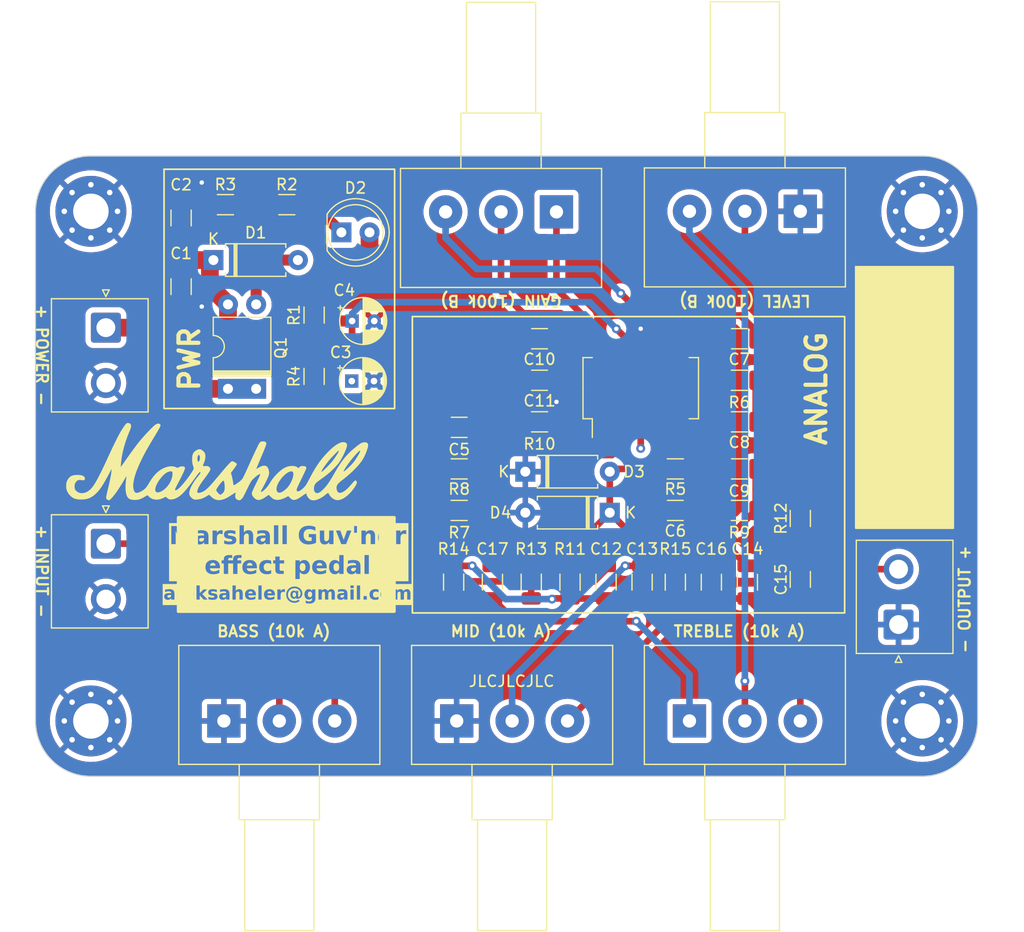
<source format=kicad_pcb>
(kicad_pcb (version 20221018) (generator pcbnew)
  (layers (0 "F.Cu" signal) (1 "In1.Cu" signal) (2 "In2.Cu" signal) (31 "B.Cu" signal) (34 "B.Paste" user) (35 "F.Paste" user) (36 "B.SilkS" user "B.Silkscreen") (37 "F.SilkS" user "F.Silkscreen") (38 "B.Mask" user) (39 "F.Mask" user) (44 "Edge.Cuts" user))
  (net 0 "")
  (net 1 "+4V")
  (net 2 "GND")
  (net 3 "Net-(J2-Pin_1)")
  (net 4 "Net-(U1A-+)")
  (net 5 "Net-(U1B--)")
  (net 6 "Net-(U1A--)")
  (net 7 "Net-(C14-Pad1)")
  (net 8 "DISTORSION_OUT")
  (net 9 "Net-(C7-Pad2)")
  (net 10 "Net-(J3-Pin_2)")
  (net 11 "Net-(D1-A)")
  (net 12 "+9V")
  (net 13 "Net-(R12-Pad1)")
  (net 14 "Net-(D2-K)")
  (net 15 "MIX_OUT")
  (net 16 "Net-(J1-Pin_1)")
  (net 17 "Net-(R15-Pad2)")
  (net 18 "Net-(U1C--)")
  (net 19 "Net-(U1D--)")
  (net 20 "Net-(C10-Pad2)")
  (net 21 "Net-(C13-Pad1)")
  (net 22 "Net-(C6-Pad2)")
  (net 23 "Net-(C6-Pad1)")
  (net 24 "Net-(C7-Pad1)")
  (net 25 "Net-(C8-Pad1)")
  (net 26 "Net-(C11-Pad2)")
  (net 27 "Net-(C12-Pad2)")
  (net 28 "Net-(C12-Pad1)")
  (net 29 "Net-(C16-Pad1)")
  (net 30 "Net-(C17-Pad1)")
  (footprint "Resistor_SMD:R_1206_3216Metric" (layer "F.Cu") (at 137.725 138.475 90)
    (fp_text reference "R14" (at 3 0 180) (layer "F.SilkS"))
    (fp_text value "680" hide)
    (pad "1" smd roundrect (at -1.4625 0 90) (size 1.125 1.75) (layers "F.Cu" "F.Paste" "F.Mask") (roundrect_rratio 0.2222222222) (net 30 "Net-(C17-Pad1)"))
    (pad "2" smd roundrect (at 1.4625 0 90) (size 1.125 1.75) (layers "F.Cu" "F.Paste" "F.Mask") (roundrect_rratio 0.2222222222) (net 27 "Net-(C12-Pad2)"))
  )
  (footprint "Resistor_SMD:R_1206_3216Metric" (layer "F.Cu") (at 117.1375 104.4)
    (fp_text reference "R3" (at 0 -1.82) (layer "F.SilkS"))
    (fp_text value "100" hide)
    (pad "1" smd roundrect locked (at -1.4625 0) (size 1.125 1.75) (layers "F.Cu" "F.Paste" "F.Mask") (roundrect_rratio 0.2222222222) (net 2 "GND"))
    (pad "2" smd roundrect locked (at 1.4625 0) (size 1.125 1.75) (layers "F.Cu" "F.Paste" "F.Mask") (roundrect_rratio 0.2222222222) (net 11 "Net-(D1-A)"))
  )
  (footprint "LED_THT:LED_D5.0mm_FlatTop" (layer "F.Cu") (at 127.5975 106.9)
    (fp_text reference "D2" (at 1.27 -4.01) (layer "F.SilkS"))
    (fp_text value "RED" hide)
    (pad "1" thru_hole rect locked (at 0 0) (size 1.8 1.8) (drill 0.9) (layers "*.Cu" "*.Mask") (net 14 "Net-(D2-K)"))
    (pad "2" thru_hole circle locked (at 2.54 0) (size 1.8 1.8) (drill 0.9) (layers "*.Cu" "*.Mask") (net 12 "+9V"))
  )
  (footprint "Potentiometer_THT:Potentiometer_Alps_RK163_Single_Horizontal" (layer "F.Cu") (at 138 151 90)
    (fp_text reference "RV3" hide)
    (fp_text value "Mid_10k_A" hide)
    (pad "1" thru_hole rect locked (at 0 0 270) (size 3 3) (drill 1.2) (layers "*.Cu" "*.Mask") (net 2 "GND"))
    (pad "2" thru_hole circle locked (at 0 5 270) (size 3 3) (drill 1.2) (layers "*.Cu" "*.Mask") (net 21 "Net-(C13-Pad1)"))
    (pad "3" thru_hole circle locked (at 0 10 270) (size 3 3) (drill 1.2) (layers "*.Cu" "*.Mask") (net 17 "Net-(R15-Pad2)"))
  )
  (footprint "Capacitor_SMD:C_1206_3216Metric" (layer "F.Cu") (at 151.475 138.475 -90)
    (fp_text reference "C12" (at -3 0 -180) (layer "F.SilkS"))
    (fp_text value "100n" hide)
    (pad "1" smd roundrect (at -1.475 0 270) (size 1.15 1.8) (layers "F.Cu" "F.Paste" "F.Mask") (roundrect_rratio 0.2173913043) (net 28 "Net-(C12-Pad1)"))
    (pad "2" smd roundrect (at 1.475 0 270) (size 1.15 1.8) (layers "F.Cu" "F.Paste" "F.Mask") (roundrect_rratio 0.2173913043) (net 27 "Net-(C12-Pad2)"))
  )
  (footprint "MyLibrary:marshall_logo" (layer "F.Cu") (at 116.4 127.6)
    (fp_text reference "G***" hide)
    (fp_text value "LOGO" hide)
  )
  (footprint "Resistor_SMD:R_1206_3216Metric" (layer "F.Cu") (at 148.225 138.475 -90)
    (fp_text reference "R11" (at -3 0 -180) (layer "F.SilkS"))
    (fp_text value "1k5" hide)
    (pad "1" smd roundrect (at -1.4625 0 270) (size 1.125 1.75) (layers "F.Cu" "F.Paste" "F.Mask") (roundrect_rratio 0.2222222222) (net 8 "DISTORSION_OUT"))
    (pad "2" smd roundrect (at 1.4625 0 270) (size 1.125 1.75) (layers "F.Cu" "F.Paste" "F.Mask") (roundrect_rratio 0.2222222222) (net 27 "Net-(C12-Pad2)"))
  )
  (footprint "Capacitor_SMD:C_1206_3216Metric" (layer "F.Cu") (at 113.1375 111.8 90)
    (fp_text reference "C1" (at 3 0 180) (layer "F.SilkS"))
    (fp_text value "1u" hide)
    (pad "1" smd roundrect locked (at -1.475 0 90) (size 1.15 1.8) (layers "F.Cu" "F.Paste" "F.Mask") (roundrect_rratio 0.2173913043) (net 2 "GND"))
    (pad "2" smd roundrect locked (at 1.475 0 90) (size 1.15 1.8) (layers "F.Cu" "F.Paste" "F.Mask") (roundrect_rratio 0.2173913043) (net 12 "+9V"))
  )
  (footprint "Diode_THT:D_A-405_P7.62mm_Horizontal" (layer "F.Cu") (at 116.055 109.4)
    (fp_text reference "D1" (at 3.81 -2.47) (layer "F.SilkS"))
    (fp_text value "D_Zener" hide)
    (fp_text user "K" (at 0 -1.9) (layer "F.SilkS"))
    (pad "1" thru_hole rect locked (at 0 0) (size 1.8 1.8) (drill 0.9) (layers "*.Cu" "*.Mask") (net 12 "+9V"))
    (pad "2" thru_hole oval locked (at 7.62 0) (size 1.8 1.8) (drill 0.9) (layers "*.Cu" "*.Mask") (net 11 "Net-(D1-A)"))
  )
  (footprint "Resistor_SMD:R_1206_3216Metric" (layer "F.Cu") (at 145.475 124)
    (fp_text reference "R10" (at 0 2) (layer "F.SilkS"))
    (fp_text value "2k2" hide)
    (pad "1" smd roundrect (at -1.4625 0) (size 1.125 1.75) (layers "F.Cu" "F.Paste" "F.Mask") (roundrect_rratio 0.2222222222) (net 26 "Net-(C11-Pad2)"))
    (pad "2" smd roundrect (at 1.4625 0) (size 1.125 1.75) (layers "F.Cu" "F.Paste" "F.Mask") (roundrect_rratio 0.2222222222) (net 6 "Net-(U1A--)"))
  )
  (footprint "Capacitor_SMD:C_1206_3216Metric" (layer "F.Cu") (at 154.725 138.475 -90)
    (fp_text reference "C13" (at -3 0 -180) (layer "F.SilkS"))
    (fp_text value "220n" hide)
    (pad "1" smd roundrect (at -1.475 0 270) (size 1.15 1.8) (layers "F.Cu" "F.Paste" "F.Mask") (roundrect_rratio 0.2173913043) (net 21 "Net-(C13-Pad1)"))
    (pad "2" smd roundrect (at 1.475 0 270) (size 1.15 1.8) (layers "F.Cu" "F.Paste" "F.Mask") (roundrect_rratio 0.2173913043) (net 27 "Net-(C12-Pad2)"))
  )
  (footprint "MountingHole:MountingHole_3.2mm_M3_Pad_Via" (layer "F.Cu") (at 105 151)
    (fp_text reference "H3" hide)
    (fp_text value "MountingHole_Pad" hide)
    (pad "1" thru_hole circle locked (at -2.4 0) (size 0.8 0.8) (drill 0.5) (layers "*.Cu" "*.Mask") (net 2 "GND"))
    (pad "1" thru_hole circle locked (at -1.697056 -1.697056) (size 0.8 0.8) (drill 0.5) (layers "*.Cu" "*.Mask") (net 2 "GND"))
    (pad "1" thru_hole circle locked (at -1.697056 1.697056) (size 0.8 0.8) (drill 0.5) (layers "*.Cu" "*.Mask") (net 2 "GND"))
    (pad "1" thru_hole circle locked (at 0 -2.4) (size 0.8 0.8) (drill 0.5) (layers "*.Cu" "*.Mask") (net 2 "GND"))
    (pad "1" thru_hole circle locked (at 0 0) (size 6.4 6.4) (drill 3.2) (layers "*.Cu" "*.Mask") (net 2 "GND"))
    (pad "1" thru_hole circle locked (at 0 2.4) (size 0.8 0.8) (drill 0.5) (layers "*.Cu" "*.Mask") (net 2 "GND"))
    (pad "1" thru_hole circle locked (at 1.697056 -1.697056) (size 0.8 0.8) (drill 0.5) (layers "*.Cu" "*.Mask") (net 2 "GND"))
    (pad "1" thru_hole circle locked (at 1.697056 1.697056) (size 0.8 0.8) (drill 0.5) (layers "*.Cu" "*.Mask") (net 2 "GND"))
    (pad "1" thru_hole circle locked (at 2.4 0) (size 0.8 0.8) (drill 0.5) (layers "*.Cu" "*.Mask") (net 2 "GND"))
  )
  (footprint "Capacitor_SMD:C_1206_3216Metric" (layer "F.Cu") (at 145.475 116.5 180)
    (fp_text reference "C10" (at 0 -1.85) (layer "F.SilkS"))
    (fp_text value "10n" hide)
    (pad "1" smd roundrect (at -1.475 0 180) (size 1.15 1.8) (layers "F.Cu" "F.Paste" "F.Mask") (roundrect_rratio 0.2173913043) (net 6 "Net-(U1A--)"))
    (pad "2" smd roundrect (at 1.475 0 180) (size 1.15 1.8) (layers "F.Cu" "F.Paste" "F.Mask") (roundrect_rratio 0.2173913043) (net 20 "Net-(C10-Pad2)"))
  )
  (footprint "Connector_JST:JST_NV_B02P-NV_1x02_P5.00mm_Vertical" (layer "F.Cu") (at 106.35 115.5 -90)
    (fp_text reference "J1" hide)
    (fp_text value "POWER" hide)
    (pad "1" thru_hole roundrect (at 0 0 270) (size 2.7 2.7) (drill 1.7) (layers "*.Cu" "*.Mask") (roundrect_rratio 0.09259296296) (net 16 "Net-(J1-Pin_1)"))
    (pad "2" thru_hole circle (at 5 0 270) (size 2.7 2.7) (drill 1.7) (layers "*.Cu" "*.Mask") (net 2 "GND"))
  )
  (footprint "Capacitor_SMD:C_1206_3216Metric" (layer "F.Cu") (at 163.5 124 180)
    (fp_text reference "C8" (at 0 -1.85) (layer "F.SilkS"))
    (fp_text value "100n" hide)
    (pad "1" smd roundrect (at -1.475 0 180) (size 1.15 1.8) (layers "F.Cu" "F.Paste" "F.Mask") (roundrect_rratio 0.2173913043) (net 25 "Net-(C8-Pad1)"))
    (pad "2" smd roundrect (at 1.475 0 180) (size 1.15 1.8) (layers "F.Cu" "F.Paste" "F.Mask") (roundrect_rratio 0.2173913043) (net 5 "Net-(U1B--)"))
  )
  (footprint "Resistor_SMD:R_1206_3216Metric" (layer "F.Cu") (at 163.5 120.25)
    (fp_text reference "R6" (at 0 2) (layer "F.SilkS"))
    (fp_text value "10k" hide)
    (pad "1" smd roundrect (at -1.4625 0) (size 1.125 1.75) (layers "F.Cu" "F.Paste" "F.Mask") (roundrect_rratio 0.2222222222) (net 9 "Net-(C7-Pad2)"))
    (pad "2" smd roundrect (at 1.4625 0) (size 1.125 1.75) (layers "F.Cu" "F.Paste" "F.Mask") (roundrect_rratio 0.2222222222) (net 25 "Net-(C8-Pad1)"))
  )
  (footprint "Potentiometer_THT:Potentiometer_Alps_RK163_Single_Horizontal" (layer "F.Cu") (at 147 105.05 -90)
    (fp_text reference "RV1" hide)
    (fp_text value "GAIN_100k_B" hide)
    (pad "1" thru_hole rect locked (at 0 0 90) (size 3 3) (drill 1.2) (layers "*.Cu" "*.Mask") (net 6 "Net-(U1A--)"))
    (pad "2" thru_hole circle locked (at 0 5 90) (size 3 3) (drill 1.2) (layers "*.Cu" "*.Mask") (net 20 "Net-(C10-Pad2)"))
    (pad "3" thru_hole circle locked (at 0 10 90) (size 3 3) (drill 1.2) (layers "*.Cu" "*.Mask") (net 24 "Net-(C7-Pad1)"))
  )
  (footprint "Capacitor_THT:CP_Radial_D4.0mm_P2.00mm" (layer "F.Cu") (at 128.564901 114.9)
    (fp_text reference "C4" (at -0.7 -2.775) (layer "F.SilkS"))
    (fp_text value "47uF" hide)
    (pad "1" thru_hole rect locked (at 0 0) (size 1.2 1.2) (drill 0.6) (layers "*.Cu" "*.Mask") (net 1 "+4V"))
    (pad "2" thru_hole circle locked (at 2 0) (size 1.2 1.2) (drill 0.6) (layers "*.Cu" "*.Mask") (net 2 "GND"))
  )
  (footprint "MountingHole:MountingHole_3.2mm_M3_Pad_Via" (layer "F.Cu") (at 180 151)
    (fp_text reference "H4" hide)
    (fp_text value "MountingHole_Pad" hide)
    (pad "1" thru_hole circle locked (at -2.4 0) (size 0.8 0.8) (drill 0.5) (layers "*.Cu" "*.Mask") (net 2 "GND"))
    (pad "1" thru_hole circle locked (at -1.697056 -1.697056) (size 0.8 0.8) (drill 0.5) (layers "*.Cu" "*.Mask") (net 2 "GND"))
    (pad "1" thru_hole circle locked (at -1.697056 1.697056) (size 0.8 0.8) (drill 0.5) (layers "*.Cu" "*.Mask") (net 2 "GND"))
    (pad "1" thru_hole circle locked (at 0 -2.4) (size 0.8 0.8) (drill 0.5) (layers "*.Cu" "*.Mask") (net 2 "GND"))
    (pad "1" thru_hole circle locked (at 0 0) (size 6.4 6.4) (drill 3.2) (layers "*.Cu" "*.Mask") (net 2 "GND"))
    (pad "1" thru_hole circle locked (at 0 2.4) (size 0.8 0.8) (drill 0.5) (layers "*.Cu" "*.Mask") (net 2 "GND"))
    (pad "1" thru_hole circle locked (at 1.697056 -1.697056) (size 0.8 0.8) (drill 0.5) (layers "*.Cu" "*.Mask") (net 2 "GND"))
    (pad "1" thru_hole circle locked (at 1.697056 1.697056) (size 0.8 0.8) (drill 0.5) (layers "*.Cu" "*.Mask") (net 2 "GND"))
    (pad "1" thru_hole circle locked (at 2.4 0) (size 0.8 0.8) (drill 0.5) (layers "*.Cu" "*.Mask") (net 2 "GND"))
  )
  (footprint "Resistor_SMD:R_1206_3216Metric" (layer "F.Cu") (at 169 132.725 -90)
    (fp_text reference "R12" (at 0 1.75 90) (layer "F.SilkS"))
    (fp_text value "22k" hide)
    (pad "1" smd roundrect (at -1.4625 0 270) (size 1.125 1.75) (layers "F.Cu" "F.Paste" "F.Mask") (roundrect_rratio 0.2222222222) (net 13 "Net-(R12-Pad1)"))
    (pad "2" smd roundrect (at 1.4625 0 270) (size 1.125 1.75) (layers "F.Cu" "F.Paste" "F.Mask") (roundrect_rratio 0.2222222222) (net 10 "Net-(J3-Pin_2)"))
  )
  (footprint "Potentiometer_THT:Potentiometer_Alps_RK163_Single_Horizontal" (layer "F.Cu") (at 159 151 90)
    (fp_text reference "RV5" hide)
    (fp_text value "Treble_10k_A" hide)
    (pad "1" thru_hole rect locked (at 0 0 270) (size 3 3) (drill 1.2) (layers "*.Cu" "*.Mask") (net 30 "Net-(C17-Pad1)"))
    (pad "2" thru_hole circle locked (at 0 5 270) (size 3 3) (drill 1.2) (layers "*.Cu" "*.Mask") (net 15 "MIX_OUT"))
    (pad "3" thru_hole circle locked (at 0 10 270) (size 3 3) (drill 1.2) (layers "*.Cu" "*.Mask") (net 7 "Net-(C14-Pad1)"))
  )
  (footprint "Connector_JST:JST_NV_B02P-NV_1x02_P5.00mm_Vertical" (layer "F.Cu") (at 106.35 135 -90)
    (fp_text reference "J2" hide)
    (fp_text value "INPUT" hide)
    (pad "1" thru_hole roundrect (at 0 0 270) (size 2.7 2.7) (drill 1.7) (layers "*.Cu" "*.Mask") (roundrect_rratio 0.09259296296) (net 3 "Net-(J2-Pin_1)"))
    (pad "2" thru_hole circle (at 5 0 270) (size 2.7 2.7) (drill 1.7) (layers "*.Cu" "*.Mask") (net 2 "GND"))
  )
  (footprint "Capacitor_SMD:C_1206_3216Metric" (layer "F.Cu") (at 164.225 138.475 90)
    (fp_text reference "C14" (at 3 0 180) (layer "F.SilkS"))
    (fp_text value "4n" hide)
    (pad "1" smd roundrect (at -1.475 0 90) (size 1.15 1.8) (layers "F.Cu" "F.Paste" "F.Mask") (roundrect_rratio 0.2173913043) (net 7 "Net-(C14-Pad1)"))
    (pad "2" smd roundrect (at 1.475 0 90) (size 1.15 1.8) (layers "F.Cu" "F.Paste" "F.Mask") (roundrect_rratio 0.2173913043) (net 8 "DISTORSION_OUT"))
  )
  (footprint "Capacitor_SMD:C_1206_3216Metric" (layer "F.Cu") (at 160.975 138.475 -90)
    (fp_text reference "C16" (at -3 0 -180) (layer "F.SilkS"))
    (fp_text value "10n" hide)
    (pad "1" smd roundrect (at -1.475 0 270) (size 1.15 1.8) (layers "F.Cu" "F.Paste" "F.Mask") (roundrect_rratio 0.2173913043) (net 29 "Net-(C16-Pad1)"))
    (pad "2" smd roundrect (at 1.475 0 270) (size 1.15 1.8) (layers "F.Cu" "F.Paste" "F.Mask") (roundrect_rratio 0.2173913043) (net 7 "Net-(C14-Pad1)"))
  )
  (footprint "Resistor_SMD:R_1206_3216Metric" (layer "F.Cu") (at 157.725 128.25 180)
    (fp_text reference "R5" (at 0 -1.82) (layer "F.SilkS"))
    (fp_text value "1k" hide)
    (pad "1" smd roundrect (at -1.4625 0 180) (size 1.125 1.75) (layers "F.Cu" "F.Paste" "F.Mask") (roundrect_rratio 0.2222222222) (net 22 "Net-(C6-Pad2)"))
    (pad "2" smd roundrect (at 1.4625 0 180) (size 1.125 1.75) (layers "F.Cu" "F.Paste" "F.Mask") (roundrect_rratio 0.2222222222) (net 8 "DISTORSION_OUT"))
  )
  (footprint "Package_SO:SO-14_5.3x10.2mm_P1.27mm" (layer "F.Cu") (at 154.605 120.9625 90)
    (fp_text reference "U1" hide)
    (fp_text value "TL084" hide)
    (pad "1" smd roundrect (at -3.4625 -3.81 90) (size 1.975 0.6) (layers "F.Cu" "F.Paste" "F.Mask") (net 20 "Net-(C10-Pad2)"))
    (pad "2" smd roundrect (at -3.4625 -2.54 90) (size 1.975 0.6) (layers "F.Cu" "F.Paste" "F.Mask") (net 6 "Net-(U1A--)"))
    (pad "3" smd roundrect (at -3.4625 -1.27 90) (size 1.975 0.6) (layers "F.Cu" "F.Paste" "F.Mask") (net 4 "Net-(U1A-+)"))
    (pad "4" smd roundrect (at -3.4625 0 90) (size 1.975 0.6) (layers "F.Cu" "F.Paste" "F.Mask") (net 12 "+9V"))
    (pad "5" smd roundrect (at -3.4625 1.27 90) (size 1.975 0.6) (layers "F.Cu" "F.Paste" "F.Mask") (net 1 "+4V"))
    (pad "6" smd roundrect (at -3.4625 2.54 90) (size 1.975 0.6) (layers "F.Cu" "F.Paste" "F.Mask") (net 5 "Net-(U1B--)"))
    (pad "7" smd roundrect (at -3.4625 3.81 90) (size 1.975 0.6) (layers "F.Cu" "F.Paste" "F.Mask") (net 23 "Net-(C6-Pad1)"))
    (pad "8" smd roundrect (at 3.4625 3.81 90) (size 1.975 0.6) (layers "F.Cu" "F.Paste" "F.Mask") (net 18 "Net-(U1C--)"))
    (pad "9" smd roundrect (at 3.4625 2.54 90) (size 1.975 0.6) (layers "F.Cu" "F.Paste" "F.Mask") (net 18 "Net-(U1C--)"))
    (pad "10" smd roundrect (at 3.4625 1.27 90) (size 1.975 0.6) (layers "F.Cu" "F.Paste" "F.Mask") (net 1 "+4V"))
    (pad "11" smd roundrect (at 3.4625 0 90) (size 1.975 0.6) (layers "F.Cu" "F.Paste" "F.Mask") (net 2 "GND"))
    (pad "12" smd roundrect (at 3.4625 -1.27 90) (size 1.975 0.6) (layers "F.Cu" "F.Paste" "F.Mask") (net 1 "+4V"))
    (pad "13" smd roundrect (at 3.4625 -2.54 90) (size 1.975 0.6) (layers "F.Cu" "F.Paste" "F.Mask") (net 19 "Net-(U1D--)"))
    (pad "14" smd roundrect (at 3.4625 -3.81 90) (size 1.975 0.6) (layers "F.Cu" "F.Paste" "F.Mask") (net 19 "Net-(U1D--)"))
  )
  (footprint "Capacitor_SMD:C_1206_3216Metric" (layer "F.Cu") (at 169 138.225 90)
    (fp_text reference "C15" (at 0 -1.75 90) (layer "F.SilkS"))
    (fp_text value "470p" hide)
    (pad "1" smd roundrect (at -1.475 0 90) (size 1.15 1.8) (layers "F.Cu" "F.Paste" "F.Mask") (roundrect_rratio 0.2173913043) (net 2 "GND"))
    (pad "2" smd roundrect (at 1.475 0 90) (size 1.15 1.8) (layers "F.Cu" "F.Paste" "F.Mask") (roundrect_rratio 0.2173913043) (net 10 "Net-(J3-Pin_2)"))
  )
  (footprint "Resistor_SMD:R_1206_3216Metric" (layer "F.Cu") (at 138.225 128.25 180)
    (fp_text reference "R8" (at 0 -1.82) (layer "F.SilkS"))
    (fp_text value "1M" hide)
    (pad "1" smd roundrect (at -1.4625 0 180) (size 1.125 1.75) (layers "F.Cu" "F.Paste" "F.Mask") (roundrect_rratio 0.2222222222) (net 4 "Net-(U1A-+)"))
    (pad "2" smd roundrect (at 1.4625 0 180) (size 1.125 1.75) (layers "F.Cu" "F.Paste" "F.Mask") (roundrect_rratio 0.2222222222) (net 1 "+4V"))
  )
  (footprint "Capacitor_THT:CP_Radial_D4.0mm_P2.00mm" (layer "F.Cu") (at 128.5375 120.325)
    (fp_text reference "C3" (at -1 -2.6) (layer "F.SilkS"))
    (fp_text value "100uF" hide)
    (pad "1" thru_hole rect locked (at 0 0) (size 1.2 1.2) (drill 0.6) (layers "*.Cu" "*.Mask") (net 12 "+9V"))
    (pad "2" thru_hole circle locked (at 2 0) (size 1.2 1.2) (drill 0.6) (layers "*.Cu" "*.Mask") (net 2 "GND"))
  )
  (footprint "Resistor_SMD:R_1206_3216Metric" (layer "F.Cu") (at 122.675 104.4)
    (fp_text reference "R2" (at 0 -1.82) (layer "F.SilkS"))
    (fp_text value "470" hide)
    (pad "1" smd roundrect locked (at -1.4625 0) (size 1.125 1.75) (layers "F.Cu" "F.Paste" "F.Mask") (roundrect_rratio 0.2222222222) (net 2 "GND"))
    (pad "2" smd roundrect locked (at 1.4625 0) (size 1.125 1.75) (layers "F.Cu" "F.Paste" "F.Mask") (roundrect_rratio 0.2222222222) (net 14 "Net-(D2-K)"))
  )
  (footprint "Resistor_SMD:R_1206_3216Metric" (layer "F.Cu") (at 125.1375 114.3625 90)
    (fp_text reference "R1" (at 0 -1.82 90) (layer "F.SilkS"))
    (fp_text value "47k" hide)
    (pad "1" smd roundrect locked (at -1.4625 0 90) (size 1.125 1.75) (layers "F.Cu" "F.Paste" "F.Mask") (roundrect_rratio 0.2222222222) (net 1 "+4V"))
    (pad "2" smd roundrect locked (at 1.4625 0 90) (size 1.125 1.75) (layers "F.Cu" "F.Paste" "F.Mask") (roundrect_rratio 0.2222222222) (net 12 "+9V"))
  )
  (footprint "Potentiometer_THT:Potentiometer_Alps_RK163_Single_Horizontal" (layer "F.Cu") (at 169 105 -90)
    (fp_text reference "RV2" hide)
    (fp_text value "LVL_100k_B" hide)
    (pad "1" thru_hole rect locked (at 0 0 90) (size 3 3) (drill 1.2) (layers "*.Cu" "*.Mask") (net 2 "GND"))
    (pad "2" thru_hole circle locked (at 0 5 90) (size 3 3) (drill 1.2) (layers "*.Cu" "*.Mask") (net 13 "Net-(R12-Pad1)"))
    (pad "3" thru_hole circle locked (at 0 10 90) (size 3 3) (drill 1.2) (layers "*.Cu" "*.Mask") (net 15 "MIX_OUT"))
  )
  (footprint "Capacitor_SMD:C_1206_3216Metric" (layer "F.Cu") (at 157.725 132 180)
    (fp_text reference "C6" (at 0 -1.85) (layer "F.SilkS"))
    (fp_text value "220n" hide)
    (pad "1" smd roundrect (at -1.475 0 180) (size 1.15 1.8) (layers "F.Cu" "F.Paste" "F.Mask") (roundrect_rratio 0.2173913043) (net 23 "Net-(C6-Pad1)"))
    (pad "2" smd roundrect (at 1.475 0 180) (size 1.15 1.8) (layers "F.Cu" "F.Paste" "F.Mask") (roundrect_rratio 0.2173913043) (net 22 "Net-(C6-Pad2)"))
  )
  (footprint "MountingHole:MountingHole_3.2mm_M3_Pad_Via" (layer "F.Cu") (at 105 105)
    (fp_text reference "H1" hide)
    (fp_text value "MountingHole_Pad" hide)
    (pad "1" thru_hole circle locked (at -2.4 0) (size 0.8 0.8) (drill 0.5) (layers "*.Cu" "*.Mask") (net 2 "GND"))
    (pad "1" thru_hole circle locked (at -1.697056 -1.697056) (size 0.8 0.8) (drill 0.5) (layers "*.Cu" "*.Mask") (net 2 "GND"))
    (pad "1" thru_hole circle locked (at -1.697056 1.697056) (size 0.8 0.8) (drill 0.5) (layers "*.Cu" "*.Mask") (net 2 "GND"))
    (pad "1" thru_hole circle locked (at 0 -2.4) (size 0.8 0.8) (drill 0.5) (layers "*.Cu" "*.Mask") (net 2 "GND"))
    (pad "1" thru_hole circle locked (at 0 0) (size 6.4 6.4) (drill 3.2) (layers "*.Cu" "*.Mask") (net 2 "GND"))
    (pad "1" thru_hole circle locked (at 0 2.4) (size 0.8 0.8) (drill 0.5) (layers "*.Cu" "*.Mask") (net 2 "GND"))
    (pad "1" thru_hole circle locked (at 1.697056 -1.697056) (size 0.8 0.8) (drill 0.5) (layers "*.Cu" "*.Mask") (net 2 "GND"))
    (pad "1" thru_hole circle locked (at 1.697056 1.697056) (size 0.8 0.8) (drill 0.5) (layers "*.Cu" "*.Mask") (net 2 "GND"))
    (pad "1" thru_hole circle locked (at 2.4 0) (size 0.8 0.8) (drill 0.5) (layers "*.Cu" "*.Mask") (net 2 "GND"))
  )
  (footprint "Resistor_SMD:R_1206_3216Metric" (layer "F.Cu") (at 157.725 138.475 -90)
    (fp_text reference "R15" (at -3 0 -180) (layer "F.SilkS"))
    (fp_text value "100" hide)
    (pad "1" smd roundrect (at -1.4625 0 270) (size 1.125 1.75) (layers "F.Cu" "F.Paste" "F.Mask") (roundrect_rratio 0.2222222222) (net 29 "Net-(C16-Pad1)"))
    (pad "2" smd roundrect (at 1.4625 0 270) (size 1.125 1.75) (layers "F.Cu" "F.Paste" "F.Mask") (roundrect_rratio 0.2222222222) (net 17 "Net-(R15-Pad2)"))
  )
  (footprint "Resistor_SMD:R_1206_3216Metric" (layer "F.Cu") (at 138.225 132)
    (fp_text reference "R7" (at 0 2) (layer "F.SilkS"))
    (fp_text value "2M2" hide)
    (pad "1" smd roundrect (at -1.4625 0) (size 1.125 1.75) (layers "F.Cu" "F.Paste" "F.Mask") (roundrect_rratio 0.2222222222) (net 3 "Net-(J2-Pin_1)"))
    (pad "2" smd roundrect (at 1.4625 0) (size 1.125 1.75) (layers "F.Cu" "F.Paste" "F.Mask") (roundrect_rratio 0.2222222222) (net 2 "GND"))
  )
  (footprint "Capacitor_SMD:C_1206_3216Metric" (layer "F.Cu") (at 163.5 128.25)
    (fp_text reference "C9" (at 0 2) (layer "F.SilkS"))
    (fp_text value "220pf" hide)
    (pad "1" smd roundrect (at -1.475 0) (size 1.15 1.8) (layers "F.Cu" "F.Paste" "F.Mask") (roundrect_rratio 0.2173913043) (net 5 "Net-(U1B--)"))
    (pad "2" smd roundrect (at 1.475 0) (size 1.15 1.8) (layers "F.Cu" "F.Paste" "F.Mask") (roundrect_rratio 0.2173913043) (net 23 "Net-(C6-Pad1)"))
  )
  (footprint "MountingHole:MountingHole_3.2mm_M3_Pad_Via" (layer "F.Cu") (at 180 105)
    (fp_text reference "H2" hide)
    (fp_text value "MountingHole_Pad" hide)
    (pad "1" thru_hole circle locked (at -2.4 0) (size 0.8 0.8) (drill 0.5) (layers "*.Cu" "*.Mask") (net 2 "GND"))
    (pad "1" thru_hole circle locked (at -1.697056 -1.697056) (size 0.8 0.8) (drill 0.5) (layers "*.Cu" "*.Mask") (net 2 "GND"))
    (pad "1" thru_hole circle locked (at -1.697056 1.697056) (size 0.8 0.8) (drill 0.5) (layers "*.Cu" "*.Mask") (net 2 "GND"))
    (pad "1" thru_hole circle locked (at 0 -2.4) (size 0.8 0.8) (drill 0.5) (layers "*.Cu" "*.Mask") (net 2 "GND"))
    (pad "1" thru_hole circle locked (at 0 0) (size 6.4 6.4) (drill 3.2) (layers "*.Cu" "*.Mask") (net 2 "GND"))
    (pad "1" thru_hole circle locked (at 0 2.4) (size 0.8 0.8) (drill 0.5) (layers "*.Cu" "*.Mask") (net 2 "GND"))
    (pad "1" thru_hole circle locked (at 1.697056 -1.697056) (size 0.8 0.8) (drill 0.5) (layers "*.Cu" "*.Mask") (net 2 "GND"))
    (pad "1" thru_hole circle locked (at 1.697056 1.697056) (size 0.8 0.8) (drill 0.5) (layers "*.Cu" "*.Mask") (net 2 "GND"))
    (pad "1" thru_hole circle locked (at 2.4 0) (size 0.8 0.8) (drill 0.5) (layers "*.Cu" "*.Mask") (net 2 "GND"))
  )
  (footprint "Potentiometer_THT:Potentiometer_Alps_RK163_Single_Horizontal" (layer "F.Cu") (at 117 151 90)
    (fp_text reference "RV4" hide)
    (fp_text value "Bass_10k_A" hide)
    (pad "1" thru_hole rect locked (at 0 0 270) (size 3 3) (drill 1.2) (layers "*.Cu" "*.Mask") (net 2 "GND"))
    (pad "2" thru_hole circle locked (at 0 5 270) (size 3 3) (drill 1.2) (layers "*.Cu" "*.Mask") (net 28 "Net-(C12-Pad1)"))
    (pad "3" thru_hole circle locked (at 0 10 270) (size 3 3) (drill 1.2) (layers "*.Cu" "*.Mask") (net 30 "Net-(C17-Pad1)"))
  )
  (footprint "Package_DIP:Vishay_HVM-DIP-3_W7.62mm" (layer "F.Cu") (at 117.3675 121.02 90)
    (fp_text reference "Q1" (at 3.695 4.77 90) (layer "F.SilkS"))
    (fp_text value "IRFD9120 PMOS" hide)
    (pad "1" thru_hole rect locked (at 0 0 90) (size 1.8 1.8) (drill 0.9) (layers "*.Cu" "*.Mask") (net 16 "Net-(J1-Pin_1)"))
    (pad "1" thru_hole rect locked (at 0 2.54 90) (size 1.8 2.8) (drill 0.9 (offset 0 -0.5)) (layers "*.Cu" "*.Mask") (net 16 "Net-(J1-Pin_1)"))
    (pad "2" thru_hole oval locked (at 7.62 2.54 90) (size 1.8 1.8) (drill 0.9) (layers "*.Cu" "*.Mask") (net 11 "Net-(D1-A)"))
    (pad "3" thru_hole oval locked (at 7.62 0 90) (size 1.8 1.8) (drill 0.9) (layers "*.Cu" "*.Mask") (net 12 "+9V"))
  )
  (footprint "Diode_THT:D_A-405_P7.62mm_Horizontal" (layer "F.Cu") (at 144.19 128.5)
    (fp_text reference "D3" (at 9.81 0) (layer "F.SilkS"))
    (fp_text value "1N4007" hide)
    (fp_text user "K" (at -1.94 0) (layer "F.SilkS"))
    (pad "1" thru_hole rect (at 0 0) (size 1.8 1.8) (drill 0.9) (layers "*.Cu" "*.Mask") (net 2 "GND"))
    (pad "2" thru_hole oval (at 7.62 0) (size 1.8 1.8) (drill 0.9) (layers "*.Cu" "*.Mask") (net 8 "DISTORSION_OUT"))
  )
  (footprint "Resistor_SMD:R_1206_3216Metric" (layer "F.Cu") (at 125.1375 119.9 90)
    (fp_text reference "R4" (at 0 -1.82 90) (layer "F.SilkS"))
    (fp_text value "47k" hide)
    (pad "1" smd roundrect locked (at -1.4625 0 90) (size 1.125 1.75) (layers "F.Cu" "F.Paste" "F.Mask") (roundrect_rratio 0.2222222222) (net 2 "GND"))
    (pad "2" smd roundrect locked (at 1.4625 0 90) (size 1.125 1.75) (layers "F.Cu" "F.Paste" "F.Mask") (roundrect_rratio 0.2222222222) (net 1 "+4V"))
  )
  (footprint "Capacitor_SMD:C_1206_3216Metric" (layer "F.Cu") (at 163.5 116.5 180)
    (fp_text reference "C7" (at 0 -1.85) (layer "F.SilkS"))
    (fp_text value "220n" hide)
    (pad "1" smd roundrect (at -1.475 0 180) (size 1.15 1.8) (layers "F.Cu" "F.Paste" "F.Mask") (roundrect_rratio 0.2173913043) (net 24 "Net-(C7-Pad1)"))
    (pad "2" smd roundrect (at 1.475 0 180) (size 1.15 1.8) (layers "F.Cu" "F.Paste" "F.Mask") (roundrect_rratio 0.2173913043) (net 9 "Net-(C7-Pad2)"))
  )
  (footprint "Capacitor_SMD:C_1206_3216Metric" (layer "F.Cu") (at 141.225 138.475 90)
    (fp_text reference "C17" (at 3 0 180) (layer "F.SilkS"))
    (fp_text value "68n" hide)
    (pad "1" smd roundrect (at -1.475 0 90) (size 1.15 1.8) (layers "F.Cu" "F.Paste" "F.Mask") (roundrect_rratio 0.2173913043) (net 30 "Net-(C17-Pad1)"))
    (pad "2" smd roundrect (at 1.475 0 90) (size 1.15 1.8) (layers "F.Cu" "F.Paste" "F.Mask") (roundrect_rratio 0.2173913043) (net 2 "GND"))
  )
  (footprint "Capacitor_SMD:C_1206_3216Metric" (layer "F.Cu") (at 138.225 124.5)
    (fp_text reference "C5" (at 0 2) (layer "F.SilkS"))
    (fp_text value "10n" hide)
    (pad "1" smd roundrect (at -1.475 0) (size 1.15 1.8) (layers "F.Cu" "F.Paste" "F.Mask") (roundrect_rratio 0.2173913043) (net 3 "Net-(J2-Pin_1)"))
    (pad "2" smd roundrect (at 1.475 0) (size 1.15 1.8) (layers "F.Cu" "F.Paste" "F.Mask") (roundrect_rratio 0.2173913043) (net 4 "Net-(U1A-+)"))
  )
  (footprint "Capacitor_SMD:C_1206_3216Metric" (layer "F.Cu") (at 145.475 120.25 180)
    (fp_text reference "C11" (at 0 -1.85) (layer "F.SilkS"))
    (fp_text value "100n" hide)
    (pad "1" smd roundrect (at -1.475 0 180) (size 1.15 1.8) (layers "F.Cu" "F.Paste" "F.Mask") (roundrect_rratio 0.2173913043) (net 2 "GND"))
    (pad "2" smd roundrect (at 1.475 0 180) (size 1.15 1.8) (layers "F.Cu" "F.Paste" "F.Mask") (roundrect_rratio 0.2173913043) (net 26 "Net-(C11-Pad2)"))
  )
  (footprint "Capacitor_SMD:C_1206_3216Metric" (layer "F.Cu") (at 113.1375 105.6 -90)
    (fp_text reference "C2" (at -3 0 -180) (layer "F.SilkS"))
    (fp_text value "100n" hide)
    (pad "1" smd roundrect locked (at -1.475 0 270) (size 1.15 1.8) (layers "F.Cu" "F.Paste" "F.Mask") (roundrect_rratio 0.2173913043) (net 2 "GND"))
    (pad "2" smd roundrect locked (at 1.475 0 270) (size 1.15 1.8) (layers "F.Cu" "F.Paste" "F.Mask") (roundrect_rratio 0.2173913043) (net 12 "+9V"))
  )
  (footprint "Resistor_SMD:R_1206_3216Metric" (layer "F.Cu") (at 144.725 138.475 -90)
    (fp_text reference "R13" (at -3 0 -180) (layer "F.SilkS"))
    (fp_text value "680" hide)
    (pad "1" smd roundrect (at -1.4625 0 270) (size 1.125 1.75) (layers "F.Cu" "F.Paste" "F.Mask") (roundrect_rratio 0.2222222222) (net 2 "GND"))
    (pad "2" smd roundrect (at 1.4625 0 270) (size 1.125 1.75) (layers "F.Cu" "F.Paste" "F.Mask") (roundrect_rratio 0.2222222222) (net 28 "Net-(C12-Pad1)"))
  )
  (footprint "Diode_THT:D_A-405_P7.62mm_Horizontal" (layer "F.Cu") (at 151.81 132.2 180)
    (fp_text reference "D4" (at 9.87 0) (layer "F.SilkS"))
    (fp_text value "1N4007" hide)
    (fp_text user "K" (at -1.88 0) (layer "F.SilkS"))
    (pad "1" thru_hole rect (at 0 0 180) (size 1.8 1.8) (drill 0.9) (layers "*.Cu" "*.Mask") (net 8 "DISTORSION_OUT"))
    (pad "2" thru_hole oval (at 7.62 0 180) (size 1.8 1.8) (drill 0.9) (layers "*.Cu" "*.Mask") (net 2 "GND"))
  )
  (footprint "Resistor_SMD:R_1206_3216Metric" (layer "F.Cu") (at 163.5 132)
    (fp_text reference "R9" (at 0 2) (layer "F.SilkS"))
    (fp_text value "680k" hide)
    (pad "1" smd roundrect (at -1.4625 0) (size 1.125 1.75) (layers "F.Cu" "F.Paste" "F.Mask") (roundrect_rratio 0.2222222222) (net 5 "Net-(U1B--)"))
    (pad "2" smd roundrect (at 1.4625 0) (size 1.125 1.75) (layers "F.Cu" "F.Paste" "F.Mask") (roundrect_rratio 0.2222222222) (net 23 "Net-(C6-Pad1)"))
  )
  (footprint "Connector_JST:JST_NV_B02P-NV_1x02_P5.00mm_Vertical" (layer "F.Cu") (at 177.861441 142.299722 90)
    (fp_text reference "J3" hide)
    (fp_text value "OUTPUT" hide)
    (pad "1" thru_hole roundrect locked (at 0 0 90) (size 2.7 2.7) (drill 1.7) (layers "*.Cu" "*.Mask") (roundrect_rratio 0.09259296296) (net 2 "GND"))
    (pad "2" thru_hole circle locked (at 5 0 90) (size 2.7 2.7) (drill 1.7) (layers "*.Cu" "*.Mask") (net 10 "Net-(J3-Pin_2)"))
  )
  (gr_rect (start 134 114.5) (end 173 141.25) (stroke (width 0.15)) (fill none) (layer "F.SilkS"))
  (gr_rect locked (start 111.6 101.2) (end 132.4 122.8) (stroke (width 0.15)) (fill none) (layer "F.SilkS"))
  (gr_rect locked (start 174 110) (end 182.8 133.6) (stroke (width 0.15)) (fill solid) (layer "F.SilkS"))
  (gr_line locked (start 105 156) (end 180 156) (stroke (width 0.1)) (layer "Edge.Cuts"))
  (gr_line locked (start 185 151) (end 185 105) (stroke (width 0.1)) (layer "Edge.Cuts"))
  (gr_arc locked (start 185 151) (mid 183.535534 154.535534) (end 180 156) (stroke (width 0.1)) (layer "Edge.Cuts"))
  (gr_arc locked (start 180 100) (mid 183.535534 101.464466) (end 185 105) (stroke (width 0.1)) (layer "Edge.Cuts"))
  (gr_arc locked (start 105 156) (mid 101.464466 154.535534) (end 100 151) (stroke (width 0.1)) (layer "Edge.Cuts"))
  (gr_line locked (start 100 105) (end 100 151) (stroke (width 0.1)) (layer "Edge.Cuts"))
  (gr_arc locked (start 100 105) (mid 101.464466 101.464466) (end 105 100) (stroke (width 0.1)) (layer "Edge.Cuts"))
  (gr_line locked (start 180 100) (end 105 100) (stroke (width 0.1)) (layer "Edge.Cuts"))
  (gr_text "+ POWER -" (at 100 118 270) (layer "F.SilkS") (effects (font (size 1 1) (thickness 0.2) bold) (justify bottom)))
  (gr_text locked "aleksaheler@gmail.com" (at 122.75 140.25) (layer "F.SilkS" knockout) (effects (font (size 1.2 1.2) (thickness 0.2) bold) (justify bottom)))
  (gr_text locked "TREBLE (10k A)" (at 163.5 143.5) (layer "F.SilkS") (effects (font (size 1 1) (thickness 0.2) bold) (justify bottom)))
  (gr_text locked "PWR" (at 114.9375 118.325 90) (layer "F.SilkS") (effects (font (size 1.8 1.8) (thickness 0.375) bold) (justify bottom)))
  (gr_text "JLCJLCJLC" (at 139 148) (layer "F.SilkS") (effects (font (size 1 1)) (justify left bottom)))
  (gr_text locked "- OUTPUT +" (at 184.411441 140.022222 90) (layer "F.SilkS") (effects (font (size 1 1) (thickness 0.2) bold) (justify bottom)))
  (gr_text locked "MID (10k A)" (at 142 143.5) (layer "F.SilkS") (effects (font (size 1 1) (thickness 0.2) bold) (justify bottom)))
  (gr_text "+ INPUT -" (at 100 137.5 270) (layer "F.SilkS") (effects (font (size 1 1) (thickness 0.2) bold) (justify bottom)))
  (gr_text locked "LEVEL (100k B)" (at 164 112.5 180) (layer "F.SilkS") (effects (font (size 1 1) (thickness 0.2) bold) (justify bottom)))
  (gr_text locked "GAIN (100k B)" (at 142 112.5 180) (layer "F.SilkS") (effects (font (size 1 1) (thickness 0.2) bold) (justify bottom)))
  (gr_text locked "BASS (10k A)" (at 121.5 143.5) (layer "F.SilkS") (effects (font (size 1 1) (thickness 0.2) bold) (justify bottom)))
  (gr_text locked "Marshall Guv'nor\neffect pedal" (at 122.75 138) (layer "F.SilkS" knockout) (effects (font (size 1.6 1.6) (thickness 0.4) bold) (justify bottom)))
  (gr_text "ANALOG" (at 171.5 121 90) (layer "F.SilkS") (effects (font (size 1.8 1.8) (thickness 0.375) bold) (justify bottom)))
  (segment (start 133.2 123.4) (end 133.2 120) (width 0.6) (layer "F.Cu") (net 1))
  (segment (start 155 119.8) (end 155.875 118.925) (width 0.6) (layer "F.Cu") (net 1))
  (segment (start 155.875 118.925) (end 155.875 117.5) (width 0.6) (layer "F.Cu") (net 1))
  (segment (start 153.335 117.5) (end 153.335 118.935) (width 0.6) (layer "F.Cu") (net 1))
  (segment (start 136.7625 126.9625) (end 133.2 123.4) (width 0.6) (layer "F.Cu") (net 1))
  (segment (start 125.1375 115.825) (end 125.1375 118.4375) (width 1) (layer "F.Cu") (net 1))
  (segment (start 153.335 116.535) (end 153.335 117.5) (width 0.6) (layer "F.Cu") (net 1))
  (segment (start 154.2 119.8) (end 155 119.8) (width 0.6) (layer "F.Cu") (net 1))
  (segment (start 155.875 120.675) (end 155 119.8) (width 0.6) (layer "F.Cu") (net 1))
  (segment (start 130.8 117.6) (end 129.4 117.6) (width 0.6) (layer "F.Cu") (net 1))
  (segment (start 153.335 118.935) (end 154.2 119.8) (width 0.6) (layer "F.Cu") (net 1))
  (segment (start 155.875 124.425) (end 155.875 120.675) (width 0.6) (layer "F.Cu") (net 1))
  (segment (start 136.7625 128.25) (end 136.7625 126.9625) (width 0.6) (layer "F.Cu") (net 1))
  (segment (start 129.4 117.6) (end 128.564901 116.764901) (width 0.6) (layer "F.Cu") (net 1))
  (segment (start 128.564901 116.764901) (end 128.564901 114.9) (width 0.6) (layer "F.Cu") (net 1))
  (segment (start 133.2 120) (end 130.8 117.6) (width 0.6) (layer "F.Cu") (net 1))
  (segment (start 128.6375 114.9) (end 126.0625 114.9) (width 1) (layer "F.Cu") (net 1))
  (segment (start 152.4 115.6) (end 153.335 116.535) (width 0.6) (layer "F.Cu") (net 1))
  (segment (start 126.0625 114.9) (end 125.1375 115.825) (width 1) (layer "F.Cu") (net 1))
  (via (at 152.4 115.6) (size 0.8) (drill 0.4) (layers "F.Cu" "B.Cu") (net 1))
  (segment (start 129.6 113.2) (end 128.564901 114.235099) (width 0.6) (layer "B.Cu") (net 1))
  (segment (start 150 113.2) (end 129.6 113.2) (width 0.6) (layer "B.Cu") (net 1))
  (segment (start 128.564901 114.235099) (end 128.564901 114.9) (width 0.6) (layer "B.Cu") (net 1))
  (segment (start 152.4 115.6) (end 150 113.2) (width 0.6) (layer "B.Cu") (net 1))
  (segment (start 147 122.2) (end 146.95 122.15) (width 0.6) (layer "F.Cu") (net 2))
  (segment (start 154.605 115.605) (end 154.6 115.6) (width 0.6) (layer "F.Cu") (net 2))
  (segment (start 154.605 117.5) (end 154.605 115.605) (width 0.6) (layer "F.Cu") (net 2))
  (segment (start 146.95 122.15) (end 146.95 120.25) (width 0.6) (layer "F.Cu") (net 2))
  (via (at 154.6 115.6) (size 0.8) (drill 0.4) (layers "F.Cu" "B.Cu") (net 2))
  (via locked (at 115 102.4) (size 0.8) (drill 0.4) (layers "F.Cu" "B.Cu") (net 2))
  (via locked (at 115 113.6) (size 0.8) (drill 0.4) (layers "F.Cu" "B.Cu") (net 2))
  (via (at 147 122.2) (size 0.8) (drill 0.4) (layers "F.Cu" "B.Cu") (net 2))
  (segment (start 137.2 132) (end 138.2 131) (width 0.6) (layer "F.Cu") (net 3))
  (segment (start 106 135) (end 112 135) (width 0.6) (layer "F.Cu") (net 3))
  (segment (start 136.7625 132) (end 137.2 132) (width 0.6) (layer "F.Cu") (net 3))
  (segment (start 115 132) (end 136.7625 132) (width 0.6) (layer "F.Cu") (net 3))
  (segment (start 138.2 131) (end 138.2 125.95) (width 0.6) (layer "F.Cu") (net 3))
  (segment (start 138.2 125.95) (end 136.75 124.5) (width 0.6) (layer "F.Cu") (net 3))
  (segment (start 112 135) (end 115 132) (width 0.6) (layer "F.Cu") (net 3))
  (segment (start 147.4 127) (end 152 127) (width 0.6) (layer "F.Cu") (net 4))
  (segment (start 139.7 124.5) (end 139.7 128.2375) (width 0.6) (layer "F.Cu") (net 4))
  (segment (start 153.335 125.665) (end 153.335 124.425) (width 0.6) (layer "F.Cu") (net 4))
  (segment (start 139.7 124.5) (end 141.5 124.5) (width 0.6) (layer "F.Cu") (net 4))
  (segment (start 141.5 124.5) (end 143 126) (width 0.6) (layer "F.Cu") (net 4))
  (segment (start 143 126) (end 146.4 126) (width 0.6) (layer "F.Cu") (net 4))
  (segment (start 139.7 128.2375) (end 139.6875 128.25) (width 0.6) (layer "F.Cu") (net 4))
  (segment (start 146.4 126) (end 147.4 127) (width 0.6) (layer "F.Cu") (net 4))
  (segment (start 152 127) (end 153.335 125.665) (width 0.6) (layer "F.Cu") (net 4))
  (segment (start 162.025 124) (end 162.025 123.425) (width 0.6) (layer "F.Cu") (net 5))
  (segment (start 161.2 122.6) (end 157.8 122.6) (width 0.6) (layer "F.Cu") (net 5))
  (segment (start 162.0375 128.2625) (end 162.025 128.25) (width 0.6) (layer "F.Cu") (net 5))
  (segment (start 162.025 123.425) (end 161.2 122.6) (width 0.6) (layer "F.Cu") (net 5))
  (segment (start 157.8 122.6) (end 157.145 123.255) (width 0.6) (layer "F.Cu") (net 5))
  (segment (start 162.025 128.25) (end 162.025 124) (width 0.6) (layer "F.Cu") (net 5))
  (segment (start 162.0375 132) (end 162.0375 128.2625) (width 0.6) (layer "F.Cu") (net 5))
  (segment (start 157.145 123.255) (end 157.145 124.425) (width 0.6) (layer "F.Cu") (net 5))
  (segment (start 148 126.2) (end 146.9375 125.1375) (width 0.6) (layer "F.Cu") (net 6))
  (segment (start 152.065 124.425) (end 152.065 125.535) (width 0.6) (layer "F.Cu") (net 6))
  (segment (start 152.065 125.535) (end 151.4 126.2) (width 0.6) (layer "F.Cu") (net 6))
  (segment (start 146.9375 125.1375) (end 146.9375 124) (width 0.6) (layer "F.Cu") (net 6))
  (segment (start 145.6 122.6625) (end 146.9375 124) (width 0.6) (layer "F.Cu") (net 6))
  (segment (start 152.065 124.425) (end 152.065 122.265) (width 0.6) (layer "F.Cu") (net 6))
  (segment (start 146.95 116.5) (end 146.95 117.75) (width 0.6) (layer "F.Cu") (net 6))
  (segment (start 149.6 119.8) (end 149.6 114.6) (width 0.6) (layer "F.Cu") (net 6))
  (segment (start 145.6 119.1) (end 145.6 122.6625) (width 0.6) (layer "F.Cu") (net 6))
  (segment (start 147 112) (end 147 105.05) (width 0.6) (layer "F.Cu") (net 6))
  (segment (start 151.4 126.2) (end 148 126.2) (width 0.6) (layer "F.Cu") (net 6))
  (segment (start 152.065 122.265) (end 149.6 119.8) (width 0.6) (layer "F.Cu") (net 6))
  (segment (start 149.6 114.6) (end 147 112) (width 0.6) (layer "F.Cu") (net 6))
  (segment (start 146.95 117.75) (end 145.6 119.1) (width 0.6) (layer "F.Cu") (net 6))
  (segment (start 169 144.725) (end 164.225 139.95) (width 0.6) (layer "F.Cu") (net 7))
  (segment (start 169 151) (end 169 144.725) (width 0.6) (layer "F.Cu") (net 7))
  (segment (start 164.225 139.95) (end 160.975 139.95) (width 0.6) (layer "F.Cu") (net 7))
  (segment (start 161.625 134.4) (end 164.225 137) (width 0.6) (layer "F.Cu") (net 8))
  (segment (start 151.785 132.19) (end 151.845 132.25) (width 0.6) (layer "F.Cu") (net 8))
  (segment (start 151.81 132.2) (end 148.225 135.785) (width 0.6) (layer "F.Cu") (net 8))
  (segment (start 154.01 134.4) (end 161.625 134.4) (width 0.6) (layer "F.Cu") (net 8))
  (segment (start 152.06 128.25) (end 151.81 128.5) (width 0.6) (layer "F.Cu") (net 8))
  (segment (start 156.2625 128.25) (end 152.06 128.25) (width 0.6) (layer "F.Cu") (net 8))
  (segment (start 148.225 135.785) (end 148.225 137.0125) (width 0.6) (layer "F.Cu") (net 8))
  (segment (start 151.81 132.2) (end 154.01 134.4) (width 0.6) (layer "F.Cu") (net 8))
  (segment (start 151.81 128.5) (end 151.81 132.2) (width 0.6) (layer "F.Cu") (net 8))
  (segment (start 162.0375 120.25) (end 162.0375 116.5125) (width 0.6) (layer "F.Cu") (net 9))
  (segment (start 162.0375 116.5125) (end 162.025 116.5) (width 0.6) (layer "F.Cu") (net 9))
  (segment (start 177.861441 137.299722) (end 169.549722 137.299722) (width 0.6) (layer "F.Cu") (net 10))
  (segment (start 169 136.75) (end 169 134.1875) (width 0.6) (layer "F.Cu") (net 10))
  (segment (start 169.549722 137.299722) (end 169 136.75) (width 0.6) (layer "F.Cu") (net 10))
  (segment (start 118.6375 107.1) (end 118.6375 104.4375) (width 1) (layer "F.Cu") (net 11))
  (segment (start 118.6375 104.4375) (end 118.6 104.4) (width 1) (layer "F.Cu") (net 11))
  (segment (start 120.0075 109.4) (end 119.9075 109.5) (width 1) (layer "F.Cu") (net 11))
  (segment (start 123.675 109.4) (end 120.0075 109.4) (width 1) (layer "F.Cu") (net 11))
  (segment (start 119.9075 113.4) (end 119.9075 109.5) (width 1) (layer "F.Cu") (net 11))
  (segment (start 119.9075 109.5) (end 119.9075 108.37) (width 1) (layer "F.Cu") (net 11))
  (segment (start 119.9075 108.37) (end 118.6375 107.1) (width 1) (layer "F.Cu") (net 11))
  (segment (start 130.1375 109) (end 130.1375 106.9) (width 1.6) (layer "F.Cu") (net 12))
  (segment (start 117.3675 113.4) (end 116.0375 112.07) (width 1.6) (layer "F.Cu") (net 12))
  (segment (start 125.1375 112.9) (end 126.2375 112.9) (width 1.6) (layer "F.Cu") (net 12))
  (segment (start 118.4375 115.9) (end 121.0375 115.9) (width 1.6) (layer "F.Cu") (net 12))
  (segment (start 115.7375 109.5175) (end 115.755 109.5) (width 1.6) (layer "F.Cu") (net 12))
  (segment (start 126.2375 112.9) (end 130.1375 109) (width 1.6) (layer "F.Cu") (net 12))
  (segment (start 154.605 124.425) (end 154.605 126.395) (width 0.6) (layer "F.Cu") (net 12))
  (segment (start 117.3675 113.4) (end 117.3675 114.83) (width 1.6) (layer "F.Cu") (net 12))
  (segment (start 116.055 109.4) (end 113.1375 109.4) (width 1.6) (layer "F.Cu") (net 12))
  (segment (start 154.605 126.395) (end 154.6 126.4) (width 0.6) (layer "F.Cu") (net 12))
  (segment (start 117.3675 114.83) (end 118.4375 115.9) (width 1.6) (layer "F.Cu") (net 12))
  (segment (start 113.1375 107.075) (end 113.1375 109.4) (width 1.6) (layer "F.Cu") (net 12))
  (segment (start 124.0375 112.9) (end 125.1375 112.9) (width 1.6) (layer "F.Cu") (net 12))
  (segment (start 115.7375 112.17) (end 115.7375 109.5175) (width 1.6) (layer "F.Cu") (net 12))
  (segment (start 113.1375 109.4) (end 113.1375 110.325) (width 1.6) (layer "F.Cu") (net 12))
  (segment (start 121.0375 115.9) (end 124.0375 112.9) (width 1.6) (layer "F.Cu") (net 12))
  (via (at 154.6 126.4) (size 0.8) (drill 0.4) (layers "F.Cu" "B.Cu") (net 12))
  (segment (start 169 114.2) (end 169 131.2625) (width 0.6) (layer "F.Cu") (net 13))
  (segment (start 164 109.2) (end 169 114.2) (width 0.6) (layer "F.Cu") (net 13))
  (segment (start 164 105) (end 164 109.2) (width 0.6) (layer "F.Cu") (net 13))
  (segment (start 125.0975 104.4) (end 127.5975 106.9) (width 1) (layer "F.Cu") (net 14))
  (segment (start 124.1375 104.4) (end 125.0975 104.4) (width 1) (layer "F.Cu") (net 14))
  (segment (start 164 151) (end 164 147.4) (width 0.6) (layer "F.Cu") (net 15))
  (via (at 164 147.4) (size 0.8) (drill 0.4) (layers "F.Cu" "B.Cu") (net 15))
  (segment (start 164 112) (end 159 107) (width 0.6) (layer "B.Cu") (net 15))
  (segment (start 159 107) (end 159 105) (width 0.6) (layer "B.Cu") (net 15))
  (segment (start 164 147.4) (end 164 112) (width 0.6) (layer "B.Cu") (net 15))
  (segment (start 115.02 121.02) (end 119.9075 121.02) (width 1.6) (layer "F.Cu") (net 16))
  (segment (start 109.5 115.5) (end 115.02 121.02) (width 1.6) (layer "F.Cu") (net 16))
  (segment (start 106 115.5) (end 109.5 115.5) (width 1.6) (layer "F.Cu") (net 16))
  (segment (start 148 151) (end 157.725 141.275) (width 0.6) (layer "F.Cu") (net 17))
  (segment (start 157.725 141.275) (end 157.725 139.9375) (width 0.6) (layer "F.Cu") (net 17))
  (segment (start 157.145 117.5) (end 158.415 117.5) (width 0.6) (layer "F.Cu") (net 18))
  (segment (start 150.795 117.5) (end 152.065 117.5) (width 0.6) (layer "F.Cu") (net 19))
  (segment (start 142 112.2) (end 142 105.05) (width 0.6) (layer "F.Cu") (net 20))
  (segment (start 148.4 120.4) (end 148.4 115.2) (width 0.6) (layer "F.Cu") (net 20))
  (segment (start 144 114.2) (end 142 112.2) (width 0.6) (layer "F.Cu") (net 20))
  (segment (start 144 114.2) (end 144 116.5) (width 0.6) (layer "F.Cu") (net 20))
  (segment (start 148.4 115.2) (end 147.4 114.2) (width 0.6) (layer "F.Cu") (net 20))
  (segment (start 150.795 122.795) (end 148.4 120.4) (width 0.6) (layer "F.Cu") (net 20))
  (segment (start 147.4 114.2) (end 144 114.2) (width 0.6) (layer "F.Cu") (net 20))
  (segment (start 150.795 124.425) (end 150.795 122.795) (width 0.6) (layer "F.Cu") (net 20))
  (segment (start 154.725 137) (end 153.2 137) (width 0.6) (layer "F.Cu") (net 21))
  (via (at 153.2 137) (size 0.8) (drill 0.4) (layers "F.Cu" "B.Cu") (net 21))
  (segment (start 143 147.2) (end 143 151) (width 0.6) (layer "B.Cu") (net 21))
  (segment (start 153.2 137) (end 143 147.2) (width 0.6) (layer "B.Cu") (net 21))
  (segment (start 159.1875 128.6125) (end 156.25 131.55) (width 0.6) (layer "F.Cu") (net 22))
  (segment (start 156.25 131.55) (end 156.25 132) (width 0.6) (layer "F.Cu") (net 22))
  (segment (start 159.1875 128.25) (end 159.1875 128.6125) (width 0.6) (layer "F.Cu") (net 22))
  (segment (start 160.6 130) (end 160.6 127.6) (width 0.6) (layer "F.Cu") (net 23))
  (segment (start 164.975 131.9875) (end 164.9625 132) (width 0.6) (layer "F.Cu") (net 23))
  (segment (start 159.2 132) (end 160.6 130.6) (width 0.6) (layer "F.Cu") (net 23))
  (segment (start 163.3625 133.6) (end 164.9625 132) (width 0.6) (layer "F.Cu") (net 23))
  (segment (start 159.8 133.6) (end 163.3625 133.6) (width 0.6) (layer "F.Cu") (net 23))
  (segment (start 164.975 128.25) (end 164.975 130) (width 0.6) (layer "F.Cu") (net 23))
  (segment (start 160.6 130.6) (end 160.6 130) (width 0.6) (layer "F.Cu") (net 23))
  (segment (start 159.2 133) (end 159.8 133.6) (width 0.6) (layer "F.Cu") (net 23))
  (segment (start 158.415 125.415) (end 158.415 124.425) (width 0.6) (layer "F.Cu") (net 23))
  (segment (start 164.975 130) (end 164.975 131.9875) (width 0.6) (layer "F.Cu") (net 23))
  (segment (start 160.6 127.6) (end 158.415 125.415) (width 0.6) (layer "F.Cu") (net 23))
  (segment (start 159.2 132) (end 159.2 133) (width 0.6) (layer "F.Cu") (net 23))
  (segment (start 163.6 114.4) (end 164.975 115.775) (width 0.6) (layer "F.Cu") (net 24))
  (segment (start 154.8 114.4) (end 163.6 114.4) (width 0.6) (layer "F.Cu") (net 24))
  (segment (start 152.8 112.4) (end 154.8 114.4) (width 0.6) (layer "F.Cu") (net 24))
  (segment (start 164.975 115.775) (end 164.975 116.5) (width 0.6) (layer "F.Cu") (net 24))
  (via (at 152.8 112.4) (size 0.8) (drill 0.4) (layers "F.Cu" "B.Cu") (net 24))
  (segment (start 152.8 112.4) (end 150.6 110.2) (width 0.6) (layer "B.Cu") (net 24))
  (segment (start 137 107.4) (end 137 105.05) (width 0.6) (layer "B.Cu") (net 24))
  (segment (start 139.8 110.2) (end 137 107.4) (width 0.6) (layer "B.Cu") (net 24))
  (segment (start 150.6 110.2) (end 139.8 110.2) (width 0.6) (layer "B.Cu") (net 24))
  (segment (start 164.975 120.2625) (end 164.9625 120.25) (width 0.6) (layer "F.Cu") (net 25))
  (segment (start 164.975 124) (end 164.975 120.2625) (width 0.6) (layer "F.Cu") (net 25))
  (segment (start 144 120.25) (end 144 123.9875) (width 0.6) (layer "F.Cu") (net 26))
  (segment (start 144 123.9875) (end 144.0125 124) (width 0.6) (layer "F.Cu") (net 26))
  (segment (start 148.2375 139.95) (end 148.225 139.9375) (width 0.6) (layer "F.Cu") (net 27))
  (segment (start 139.4 137) (end 137.7375 137) (width 0.6) (layer "F.Cu") (net 27))
  (segment (start 137.7375 137) (end 137.725 137.0125) (width 0.6) (layer "F.Cu") (net 27))
  (segment (start 151.475 139.95) (end 148.2375 139.95) (width 0.6) (layer "F.Cu") (net 27))
  (segment (start 146.6625 139.9375) (end 146.6 140) (width 0.6) (layer "F.Cu") (net 27))
  (segment (start 148.225 139.9375) (end 146.6625 139.9375) (width 0.6) (layer "F.Cu") (net 27))
  (segment (start 154.725 139.95) (end 151.475 139.95) (width 0.6) (layer "F.Cu") (net 27))
  (via (at 139.4 137) (size 0.8) (drill 0.4) (layers "F.Cu" "B.Cu") (net 27))
  (via (at 146.6 140) (size 0.8) (drill 0.4) (layers "F.Cu" "B.Cu") (net 27))
  (segment (start 146.6 140) (end 142.4 140) (width 0.6) (layer "B.Cu") (net 27))
  (segment (start 142.4 140) (end 139.4 137) (width 0.6) (layer "B.Cu") (net 27))
  (segment (start 151.475 137.325) (end 150.4 138.4) (width 0.6) (layer "F.Cu") (net 28))
  (segment (start 150.4 138.4) (end 144.725 138.4) (width 0.6) (layer "F.Cu") (net 28))
  (segment (start 131 138.4) (end 144.725 138.4) (width 0.6) (layer "F.Cu") (net 28))
  (segment (start 122 151) (end 122 147.4) (width 0.6) (layer "F.Cu") (net 28))
  (segment (start 122 147.4) (end 131 138.4) (width 0.6) (layer "F.Cu") (net 28))
  (segment (start 144.725 138.4) (end 144.725 139.9375) (width 0.6) (layer "F.Cu") (net 28))
  (segment (start 151.475 137) (end 151.475 137.325) (width 0.6) (layer "F.Cu") (net 28))
  (segment (start 160.975 137) (end 157.7375 137) (width 0.6) (layer "F.Cu") (net 29))
  (segment (start 157.7375 137) (end 157.725 137.0125) (width 0.6) (layer "F.Cu") (net 29))
  (segment (start 137.725 139.9375) (end 141.2125 139.9375) (width 0.6) (layer "F.Cu") (net 30))
  (segment (start 127 147.6) (end 134.6625 139.9375) (width 0.6) (layer "F.Cu") (net 30))
  (segment (start 141.2125 139.9375) (end 141.225 139.95) (width 0.6) (layer "F.Cu") (net 30))
  (segment (start 141.225 139.95) (end 143.275 142) (width 0.6) (layer "F.Cu") (net 30))
  (segment (start 127 151) (end 127 147.6) (width 0.6) (layer "F.Cu") (net 30))
  (segment (start 134.6625 139.9375) (end 137.725 139.9375) (width 0.6) (layer "F.Cu") (net 30))
  (segment (start 143.275 142) (end 154.2 142) (width 0.6) (layer "F.Cu") (net 30))
  (via (at 154.2 142) (size 0.8) (drill 0.4) (layers "F.Cu" "B.Cu") (net 30))
  (segment (start 159 146.8) (end 159 151) (width 0.6) (layer "B.Cu") (net 30))
  (segment (start 154.2 142) (end 159 146.8) (width 0.6) (layer "B.Cu") (net 30))
  (zone (net 2) (net_name "GND") (layer "F.Cu") (priority 2) (connect_pads (clearance 0.5)) (min_thickness 0.25) (fill yes (thermal_gap 0.5) (thermal_bridge_width 0.5))
    (polygon (pts (xy 98.2 98.8) (xy 98.6 156.6) (xy 186.6 156.6) (xy 186.2 97.6) (xy 101.8 98)))
  )
  (zone (net 2) (net_name "GND") (layer "B.Cu") (priority 3) (connect_pads (clearance 0.5)) (min_thickness 0.25) (fill yes (thermal_gap 0.5) (thermal_bridge_width 0.5))
    (polygon (pts (xy 96.8 97.2) (xy 97.8 157.6) (xy 187.6 157) (xy 186.6 96.2)))
  )
  (zone locked (net 0) (net_name "") (layer "F.SilkS") (connect_pads (clearance 0.5)) (min_thickness 0.25) (fill yes (thermal_gap 0.5) (thermal_bridge_width 0.5))
    (polygon (pts (xy 132.5 132.5) (xy 132.5 141.25) (xy 112.75 141.25) (xy 112.75 132.5)))
  )
)
</source>
